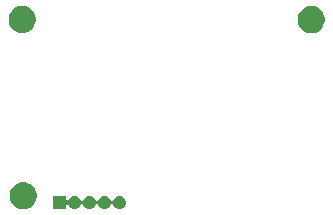
<source format=gbr>
G04 #@! TF.GenerationSoftware,KiCad,Pcbnew,(5.1.4)-1*
G04 #@! TF.CreationDate,2019-11-10T16:51:08-05:00*
G04 #@! TF.ProjectId,UniAmp,556e6941-6d70-42e6-9b69-6361645f7063,rev?*
G04 #@! TF.SameCoordinates,Original*
G04 #@! TF.FileFunction,Soldermask,Bot*
G04 #@! TF.FilePolarity,Negative*
%FSLAX46Y46*%
G04 Gerber Fmt 4.6, Leading zero omitted, Abs format (unit mm)*
G04 Created by KiCad (PCBNEW (5.1.4)-1) date 2019-11-10 16:51:08*
%MOMM*%
%LPD*%
G04 APERTURE LIST*
%ADD10C,0.100000*%
G04 APERTURE END LIST*
D10*
G36*
X115524549Y-72531116D02*
G01*
X115635734Y-72553232D01*
X115845203Y-72639997D01*
X116033720Y-72765960D01*
X116194040Y-72926280D01*
X116320003Y-73114797D01*
X116406768Y-73324266D01*
X116451000Y-73546636D01*
X116451000Y-73773364D01*
X116406768Y-73995734D01*
X116320003Y-74205203D01*
X116194040Y-74393720D01*
X116033720Y-74554040D01*
X115845203Y-74680003D01*
X115845202Y-74680004D01*
X115845201Y-74680004D01*
X115783850Y-74705416D01*
X115635734Y-74766768D01*
X115524549Y-74788884D01*
X115413365Y-74811000D01*
X115186635Y-74811000D01*
X115075451Y-74788884D01*
X114964266Y-74766768D01*
X114816150Y-74705416D01*
X114754799Y-74680004D01*
X114754798Y-74680004D01*
X114754797Y-74680003D01*
X114566280Y-74554040D01*
X114405960Y-74393720D01*
X114279997Y-74205203D01*
X114193232Y-73995734D01*
X114149000Y-73773364D01*
X114149000Y-73546636D01*
X114193232Y-73324266D01*
X114279997Y-73114797D01*
X114405960Y-72926280D01*
X114566280Y-72765960D01*
X114754797Y-72639997D01*
X114964266Y-72553232D01*
X115075451Y-72531116D01*
X115186635Y-72509000D01*
X115413365Y-72509000D01*
X115524549Y-72531116D01*
X115524549Y-72531116D01*
G37*
G36*
X118911000Y-73907265D02*
G01*
X118913402Y-73931651D01*
X118920515Y-73955100D01*
X118932066Y-73976711D01*
X118947611Y-73995653D01*
X118966553Y-74011198D01*
X118988164Y-74022749D01*
X119011613Y-74029862D01*
X119035999Y-74032264D01*
X119060385Y-74029862D01*
X119083834Y-74022749D01*
X119105445Y-74011198D01*
X119124387Y-73995653D01*
X119139932Y-73976711D01*
X119146233Y-73966198D01*
X119169644Y-73922400D01*
X119238499Y-73838499D01*
X119322400Y-73769643D01*
X119390945Y-73733005D01*
X119418121Y-73718479D01*
X119521985Y-73686973D01*
X119602933Y-73679000D01*
X119657067Y-73679000D01*
X119738015Y-73686973D01*
X119841879Y-73718479D01*
X119869055Y-73733005D01*
X119937600Y-73769643D01*
X120021501Y-73838499D01*
X120090357Y-73922400D01*
X120126995Y-73990945D01*
X120141521Y-74018121D01*
X120145388Y-74030869D01*
X120154760Y-74053496D01*
X120168374Y-74073870D01*
X120185701Y-74091197D01*
X120206075Y-74104811D01*
X120228714Y-74114188D01*
X120252747Y-74118969D01*
X120277251Y-74118969D01*
X120301285Y-74114189D01*
X120323924Y-74104812D01*
X120344298Y-74091198D01*
X120361625Y-74073871D01*
X120375239Y-74053497D01*
X120384612Y-74030869D01*
X120388479Y-74018121D01*
X120403005Y-73990945D01*
X120439643Y-73922400D01*
X120508499Y-73838499D01*
X120592400Y-73769643D01*
X120660945Y-73733005D01*
X120688121Y-73718479D01*
X120791985Y-73686973D01*
X120872933Y-73679000D01*
X120927067Y-73679000D01*
X121008015Y-73686973D01*
X121111879Y-73718479D01*
X121139055Y-73733005D01*
X121207600Y-73769643D01*
X121291501Y-73838499D01*
X121360357Y-73922400D01*
X121396995Y-73990945D01*
X121411521Y-74018121D01*
X121415388Y-74030869D01*
X121424760Y-74053496D01*
X121438374Y-74073870D01*
X121455701Y-74091197D01*
X121476075Y-74104811D01*
X121498714Y-74114188D01*
X121522747Y-74118969D01*
X121547251Y-74118969D01*
X121571285Y-74114189D01*
X121593924Y-74104812D01*
X121614298Y-74091198D01*
X121631625Y-74073871D01*
X121645239Y-74053497D01*
X121654612Y-74030869D01*
X121658479Y-74018121D01*
X121673005Y-73990945D01*
X121709643Y-73922400D01*
X121778499Y-73838499D01*
X121862400Y-73769643D01*
X121930945Y-73733005D01*
X121958121Y-73718479D01*
X122061985Y-73686973D01*
X122142933Y-73679000D01*
X122197067Y-73679000D01*
X122278015Y-73686973D01*
X122381879Y-73718479D01*
X122409055Y-73733005D01*
X122477600Y-73769643D01*
X122561501Y-73838499D01*
X122630357Y-73922400D01*
X122666995Y-73990945D01*
X122681521Y-74018121D01*
X122685388Y-74030869D01*
X122694760Y-74053496D01*
X122708374Y-74073870D01*
X122725701Y-74091197D01*
X122746075Y-74104811D01*
X122768714Y-74114188D01*
X122792747Y-74118969D01*
X122817251Y-74118969D01*
X122841285Y-74114189D01*
X122863924Y-74104812D01*
X122884298Y-74091198D01*
X122901625Y-74073871D01*
X122915239Y-74053497D01*
X122924612Y-74030869D01*
X122928479Y-74018121D01*
X122943005Y-73990945D01*
X122979643Y-73922400D01*
X123048499Y-73838499D01*
X123132400Y-73769643D01*
X123200945Y-73733005D01*
X123228121Y-73718479D01*
X123331985Y-73686973D01*
X123412933Y-73679000D01*
X123467067Y-73679000D01*
X123548015Y-73686973D01*
X123651879Y-73718479D01*
X123679055Y-73733005D01*
X123747600Y-73769643D01*
X123831501Y-73838499D01*
X123900357Y-73922400D01*
X123936995Y-73990945D01*
X123951521Y-74018121D01*
X123983027Y-74121985D01*
X123993666Y-74230000D01*
X123983027Y-74338015D01*
X123951521Y-74441879D01*
X123951191Y-74442496D01*
X123900357Y-74537600D01*
X123831501Y-74621501D01*
X123747600Y-74690357D01*
X123679055Y-74726995D01*
X123651879Y-74741521D01*
X123548015Y-74773027D01*
X123467067Y-74781000D01*
X123412933Y-74781000D01*
X123331985Y-74773027D01*
X123228121Y-74741521D01*
X123200945Y-74726995D01*
X123132400Y-74690357D01*
X123048499Y-74621501D01*
X122979643Y-74537600D01*
X122928809Y-74442496D01*
X122928479Y-74441879D01*
X122924612Y-74429131D01*
X122915240Y-74406504D01*
X122901626Y-74386130D01*
X122884299Y-74368803D01*
X122863925Y-74355189D01*
X122841286Y-74345812D01*
X122817253Y-74341031D01*
X122792749Y-74341031D01*
X122768715Y-74345811D01*
X122746076Y-74355188D01*
X122725702Y-74368802D01*
X122708375Y-74386129D01*
X122694761Y-74406503D01*
X122685388Y-74429131D01*
X122681521Y-74441879D01*
X122681191Y-74442496D01*
X122630357Y-74537600D01*
X122561501Y-74621501D01*
X122477600Y-74690357D01*
X122409055Y-74726995D01*
X122381879Y-74741521D01*
X122278015Y-74773027D01*
X122197067Y-74781000D01*
X122142933Y-74781000D01*
X122061985Y-74773027D01*
X121958121Y-74741521D01*
X121930945Y-74726995D01*
X121862400Y-74690357D01*
X121778499Y-74621501D01*
X121709643Y-74537600D01*
X121658809Y-74442496D01*
X121658479Y-74441879D01*
X121654612Y-74429131D01*
X121645240Y-74406504D01*
X121631626Y-74386130D01*
X121614299Y-74368803D01*
X121593925Y-74355189D01*
X121571286Y-74345812D01*
X121547253Y-74341031D01*
X121522749Y-74341031D01*
X121498715Y-74345811D01*
X121476076Y-74355188D01*
X121455702Y-74368802D01*
X121438375Y-74386129D01*
X121424761Y-74406503D01*
X121415388Y-74429131D01*
X121411521Y-74441879D01*
X121411191Y-74442496D01*
X121360357Y-74537600D01*
X121291501Y-74621501D01*
X121207600Y-74690357D01*
X121139055Y-74726995D01*
X121111879Y-74741521D01*
X121008015Y-74773027D01*
X120927067Y-74781000D01*
X120872933Y-74781000D01*
X120791985Y-74773027D01*
X120688121Y-74741521D01*
X120660945Y-74726995D01*
X120592400Y-74690357D01*
X120508499Y-74621501D01*
X120439643Y-74537600D01*
X120388809Y-74442496D01*
X120388479Y-74441879D01*
X120384612Y-74429131D01*
X120375240Y-74406504D01*
X120361626Y-74386130D01*
X120344299Y-74368803D01*
X120323925Y-74355189D01*
X120301286Y-74345812D01*
X120277253Y-74341031D01*
X120252749Y-74341031D01*
X120228715Y-74345811D01*
X120206076Y-74355188D01*
X120185702Y-74368802D01*
X120168375Y-74386129D01*
X120154761Y-74406503D01*
X120145388Y-74429131D01*
X120141521Y-74441879D01*
X120141191Y-74442496D01*
X120090357Y-74537600D01*
X120021501Y-74621501D01*
X119937600Y-74690357D01*
X119869055Y-74726995D01*
X119841879Y-74741521D01*
X119738015Y-74773027D01*
X119657067Y-74781000D01*
X119602933Y-74781000D01*
X119521985Y-74773027D01*
X119418121Y-74741521D01*
X119390945Y-74726995D01*
X119322400Y-74690357D01*
X119238499Y-74621501D01*
X119169645Y-74537601D01*
X119169644Y-74537600D01*
X119146236Y-74493807D01*
X119132625Y-74473437D01*
X119115298Y-74456110D01*
X119094924Y-74442496D01*
X119072285Y-74433119D01*
X119048252Y-74428338D01*
X119023748Y-74428338D01*
X118999714Y-74433118D01*
X118977076Y-74442495D01*
X118956701Y-74456109D01*
X118939374Y-74473436D01*
X118925760Y-74493810D01*
X118916383Y-74516449D01*
X118911602Y-74540482D01*
X118911000Y-74552735D01*
X118911000Y-74781000D01*
X117809000Y-74781000D01*
X117809000Y-73679000D01*
X118911000Y-73679000D01*
X118911000Y-73907265D01*
X118911000Y-73907265D01*
G37*
G36*
X139904549Y-57611116D02*
G01*
X140015734Y-57633232D01*
X140163850Y-57694584D01*
X140201059Y-57709996D01*
X140225203Y-57719997D01*
X140413720Y-57845960D01*
X140574040Y-58006280D01*
X140700003Y-58194797D01*
X140786768Y-58404266D01*
X140831000Y-58626636D01*
X140831000Y-58853364D01*
X140786768Y-59075734D01*
X140700003Y-59285203D01*
X140574040Y-59473720D01*
X140413720Y-59634040D01*
X140225203Y-59760003D01*
X140015734Y-59846768D01*
X139904549Y-59868884D01*
X139793365Y-59891000D01*
X139566635Y-59891000D01*
X139455451Y-59868884D01*
X139344266Y-59846768D01*
X139134797Y-59760003D01*
X138946280Y-59634040D01*
X138785960Y-59473720D01*
X138659997Y-59285203D01*
X138573232Y-59075734D01*
X138529000Y-58853364D01*
X138529000Y-58626636D01*
X138573232Y-58404266D01*
X138659997Y-58194797D01*
X138785960Y-58006280D01*
X138946280Y-57845960D01*
X139134797Y-57719997D01*
X139158942Y-57709996D01*
X139196150Y-57694584D01*
X139344266Y-57633232D01*
X139455451Y-57611116D01*
X139566635Y-57589000D01*
X139793365Y-57589000D01*
X139904549Y-57611116D01*
X139904549Y-57611116D01*
G37*
G36*
X115363638Y-57589000D02*
G01*
X115535734Y-57623232D01*
X115745203Y-57709997D01*
X115933720Y-57835960D01*
X116094040Y-57996280D01*
X116220003Y-58184797D01*
X116306768Y-58394266D01*
X116351000Y-58616636D01*
X116351000Y-58843364D01*
X116306768Y-59065734D01*
X116220003Y-59275203D01*
X116094040Y-59463720D01*
X115933720Y-59624040D01*
X115745203Y-59750003D01*
X115745202Y-59750004D01*
X115745201Y-59750004D01*
X115683850Y-59775416D01*
X115535734Y-59836768D01*
X115485460Y-59846768D01*
X115313365Y-59881000D01*
X115086635Y-59881000D01*
X114914540Y-59846768D01*
X114864266Y-59836768D01*
X114716150Y-59775416D01*
X114654799Y-59750004D01*
X114654798Y-59750004D01*
X114654797Y-59750003D01*
X114466280Y-59624040D01*
X114305960Y-59463720D01*
X114179997Y-59275203D01*
X114093232Y-59065734D01*
X114049000Y-58843364D01*
X114049000Y-58616636D01*
X114093232Y-58394266D01*
X114179997Y-58184797D01*
X114305960Y-57996280D01*
X114466280Y-57835960D01*
X114654797Y-57709997D01*
X114864266Y-57623232D01*
X115036362Y-57589000D01*
X115086635Y-57579000D01*
X115313365Y-57579000D01*
X115363638Y-57589000D01*
X115363638Y-57589000D01*
G37*
M02*

</source>
